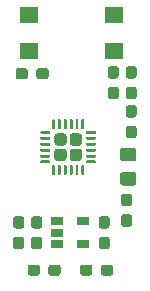
<source format=gbr>
%TF.GenerationSoftware,KiCad,Pcbnew,5.1.6+dfsg1-1~bpo10+1*%
%TF.CreationDate,2020-06-11T12:11:48-07:00*%
%TF.ProjectId,samd11d14_usb-c,73616d64-3131-4643-9134-5f7573622d63,rev?*%
%TF.SameCoordinates,Original*%
%TF.FileFunction,Paste,Top*%
%TF.FilePolarity,Positive*%
%FSLAX46Y46*%
G04 Gerber Fmt 4.6, Leading zero omitted, Abs format (unit mm)*
G04 Created by KiCad (PCBNEW 5.1.6+dfsg1-1~bpo10+1) date 2020-06-11 12:11:48*
%MOMM*%
%LPD*%
G01*
G04 APERTURE LIST*
%ADD10R,1.060000X0.650000*%
%ADD11R,1.600000X1.400000*%
G04 APERTURE END LIST*
%TO.C,U102*%
G36*
G01*
X116711000Y-105573001D02*
X116711000Y-105022999D01*
G75*
G02*
X116960999Y-104773000I249999J0D01*
G01*
X117511001Y-104773000D01*
G75*
G02*
X117761000Y-105022999I0J-249999D01*
G01*
X117761000Y-105573001D01*
G75*
G02*
X117511001Y-105823000I-249999J0D01*
G01*
X116960999Y-105823000D01*
G75*
G02*
X116711000Y-105573001I0J249999D01*
G01*
G37*
G36*
G01*
X116711000Y-104273001D02*
X116711000Y-103722999D01*
G75*
G02*
X116960999Y-103473000I249999J0D01*
G01*
X117511001Y-103473000D01*
G75*
G02*
X117761000Y-103722999I0J-249999D01*
G01*
X117761000Y-104273001D01*
G75*
G02*
X117511001Y-104523000I-249999J0D01*
G01*
X116960999Y-104523000D01*
G75*
G02*
X116711000Y-104273001I0J249999D01*
G01*
G37*
G36*
G01*
X115411000Y-105573001D02*
X115411000Y-105022999D01*
G75*
G02*
X115660999Y-104773000I249999J0D01*
G01*
X116211001Y-104773000D01*
G75*
G02*
X116461000Y-105022999I0J-249999D01*
G01*
X116461000Y-105573001D01*
G75*
G02*
X116211001Y-105823000I-249999J0D01*
G01*
X115660999Y-105823000D01*
G75*
G02*
X115411000Y-105573001I0J249999D01*
G01*
G37*
G36*
G01*
X115411000Y-104273001D02*
X115411000Y-103722999D01*
G75*
G02*
X115660999Y-103473000I249999J0D01*
G01*
X116211001Y-103473000D01*
G75*
G02*
X116461000Y-103722999I0J-249999D01*
G01*
X116461000Y-104273001D01*
G75*
G02*
X116211001Y-104523000I-249999J0D01*
G01*
X115660999Y-104523000D01*
G75*
G02*
X115411000Y-104273001I0J249999D01*
G01*
G37*
G36*
G01*
X115211000Y-103060500D02*
X115211000Y-102360500D01*
G75*
G02*
X115273500Y-102298000I62500J0D01*
G01*
X115398500Y-102298000D01*
G75*
G02*
X115461000Y-102360500I0J-62500D01*
G01*
X115461000Y-103060500D01*
G75*
G02*
X115398500Y-103123000I-62500J0D01*
G01*
X115273500Y-103123000D01*
G75*
G02*
X115211000Y-103060500I0J62500D01*
G01*
G37*
G36*
G01*
X115711000Y-103060500D02*
X115711000Y-102360500D01*
G75*
G02*
X115773500Y-102298000I62500J0D01*
G01*
X115898500Y-102298000D01*
G75*
G02*
X115961000Y-102360500I0J-62500D01*
G01*
X115961000Y-103060500D01*
G75*
G02*
X115898500Y-103123000I-62500J0D01*
G01*
X115773500Y-103123000D01*
G75*
G02*
X115711000Y-103060500I0J62500D01*
G01*
G37*
G36*
G01*
X116211000Y-103060500D02*
X116211000Y-102360500D01*
G75*
G02*
X116273500Y-102298000I62500J0D01*
G01*
X116398500Y-102298000D01*
G75*
G02*
X116461000Y-102360500I0J-62500D01*
G01*
X116461000Y-103060500D01*
G75*
G02*
X116398500Y-103123000I-62500J0D01*
G01*
X116273500Y-103123000D01*
G75*
G02*
X116211000Y-103060500I0J62500D01*
G01*
G37*
G36*
G01*
X116711000Y-103060500D02*
X116711000Y-102360500D01*
G75*
G02*
X116773500Y-102298000I62500J0D01*
G01*
X116898500Y-102298000D01*
G75*
G02*
X116961000Y-102360500I0J-62500D01*
G01*
X116961000Y-103060500D01*
G75*
G02*
X116898500Y-103123000I-62500J0D01*
G01*
X116773500Y-103123000D01*
G75*
G02*
X116711000Y-103060500I0J62500D01*
G01*
G37*
G36*
G01*
X117211000Y-103060500D02*
X117211000Y-102360500D01*
G75*
G02*
X117273500Y-102298000I62500J0D01*
G01*
X117398500Y-102298000D01*
G75*
G02*
X117461000Y-102360500I0J-62500D01*
G01*
X117461000Y-103060500D01*
G75*
G02*
X117398500Y-103123000I-62500J0D01*
G01*
X117273500Y-103123000D01*
G75*
G02*
X117211000Y-103060500I0J62500D01*
G01*
G37*
G36*
G01*
X117711000Y-103060500D02*
X117711000Y-102360500D01*
G75*
G02*
X117773500Y-102298000I62500J0D01*
G01*
X117898500Y-102298000D01*
G75*
G02*
X117961000Y-102360500I0J-62500D01*
G01*
X117961000Y-103060500D01*
G75*
G02*
X117898500Y-103123000I-62500J0D01*
G01*
X117773500Y-103123000D01*
G75*
G02*
X117711000Y-103060500I0J62500D01*
G01*
G37*
G36*
G01*
X118111000Y-103460500D02*
X118111000Y-103335500D01*
G75*
G02*
X118173500Y-103273000I62500J0D01*
G01*
X118873500Y-103273000D01*
G75*
G02*
X118936000Y-103335500I0J-62500D01*
G01*
X118936000Y-103460500D01*
G75*
G02*
X118873500Y-103523000I-62500J0D01*
G01*
X118173500Y-103523000D01*
G75*
G02*
X118111000Y-103460500I0J62500D01*
G01*
G37*
G36*
G01*
X118111000Y-103960500D02*
X118111000Y-103835500D01*
G75*
G02*
X118173500Y-103773000I62500J0D01*
G01*
X118873500Y-103773000D01*
G75*
G02*
X118936000Y-103835500I0J-62500D01*
G01*
X118936000Y-103960500D01*
G75*
G02*
X118873500Y-104023000I-62500J0D01*
G01*
X118173500Y-104023000D01*
G75*
G02*
X118111000Y-103960500I0J62500D01*
G01*
G37*
G36*
G01*
X118111000Y-104460500D02*
X118111000Y-104335500D01*
G75*
G02*
X118173500Y-104273000I62500J0D01*
G01*
X118873500Y-104273000D01*
G75*
G02*
X118936000Y-104335500I0J-62500D01*
G01*
X118936000Y-104460500D01*
G75*
G02*
X118873500Y-104523000I-62500J0D01*
G01*
X118173500Y-104523000D01*
G75*
G02*
X118111000Y-104460500I0J62500D01*
G01*
G37*
G36*
G01*
X118111000Y-104960500D02*
X118111000Y-104835500D01*
G75*
G02*
X118173500Y-104773000I62500J0D01*
G01*
X118873500Y-104773000D01*
G75*
G02*
X118936000Y-104835500I0J-62500D01*
G01*
X118936000Y-104960500D01*
G75*
G02*
X118873500Y-105023000I-62500J0D01*
G01*
X118173500Y-105023000D01*
G75*
G02*
X118111000Y-104960500I0J62500D01*
G01*
G37*
G36*
G01*
X118111000Y-105460500D02*
X118111000Y-105335500D01*
G75*
G02*
X118173500Y-105273000I62500J0D01*
G01*
X118873500Y-105273000D01*
G75*
G02*
X118936000Y-105335500I0J-62500D01*
G01*
X118936000Y-105460500D01*
G75*
G02*
X118873500Y-105523000I-62500J0D01*
G01*
X118173500Y-105523000D01*
G75*
G02*
X118111000Y-105460500I0J62500D01*
G01*
G37*
G36*
G01*
X118111000Y-105960500D02*
X118111000Y-105835500D01*
G75*
G02*
X118173500Y-105773000I62500J0D01*
G01*
X118873500Y-105773000D01*
G75*
G02*
X118936000Y-105835500I0J-62500D01*
G01*
X118936000Y-105960500D01*
G75*
G02*
X118873500Y-106023000I-62500J0D01*
G01*
X118173500Y-106023000D01*
G75*
G02*
X118111000Y-105960500I0J62500D01*
G01*
G37*
G36*
G01*
X117711000Y-106935500D02*
X117711000Y-106235500D01*
G75*
G02*
X117773500Y-106173000I62500J0D01*
G01*
X117898500Y-106173000D01*
G75*
G02*
X117961000Y-106235500I0J-62500D01*
G01*
X117961000Y-106935500D01*
G75*
G02*
X117898500Y-106998000I-62500J0D01*
G01*
X117773500Y-106998000D01*
G75*
G02*
X117711000Y-106935500I0J62500D01*
G01*
G37*
G36*
G01*
X117211000Y-106935500D02*
X117211000Y-106235500D01*
G75*
G02*
X117273500Y-106173000I62500J0D01*
G01*
X117398500Y-106173000D01*
G75*
G02*
X117461000Y-106235500I0J-62500D01*
G01*
X117461000Y-106935500D01*
G75*
G02*
X117398500Y-106998000I-62500J0D01*
G01*
X117273500Y-106998000D01*
G75*
G02*
X117211000Y-106935500I0J62500D01*
G01*
G37*
G36*
G01*
X116711000Y-106935500D02*
X116711000Y-106235500D01*
G75*
G02*
X116773500Y-106173000I62500J0D01*
G01*
X116898500Y-106173000D01*
G75*
G02*
X116961000Y-106235500I0J-62500D01*
G01*
X116961000Y-106935500D01*
G75*
G02*
X116898500Y-106998000I-62500J0D01*
G01*
X116773500Y-106998000D01*
G75*
G02*
X116711000Y-106935500I0J62500D01*
G01*
G37*
G36*
G01*
X116211000Y-106935500D02*
X116211000Y-106235500D01*
G75*
G02*
X116273500Y-106173000I62500J0D01*
G01*
X116398500Y-106173000D01*
G75*
G02*
X116461000Y-106235500I0J-62500D01*
G01*
X116461000Y-106935500D01*
G75*
G02*
X116398500Y-106998000I-62500J0D01*
G01*
X116273500Y-106998000D01*
G75*
G02*
X116211000Y-106935500I0J62500D01*
G01*
G37*
G36*
G01*
X115711000Y-106935500D02*
X115711000Y-106235500D01*
G75*
G02*
X115773500Y-106173000I62500J0D01*
G01*
X115898500Y-106173000D01*
G75*
G02*
X115961000Y-106235500I0J-62500D01*
G01*
X115961000Y-106935500D01*
G75*
G02*
X115898500Y-106998000I-62500J0D01*
G01*
X115773500Y-106998000D01*
G75*
G02*
X115711000Y-106935500I0J62500D01*
G01*
G37*
G36*
G01*
X115211000Y-106935500D02*
X115211000Y-106235500D01*
G75*
G02*
X115273500Y-106173000I62500J0D01*
G01*
X115398500Y-106173000D01*
G75*
G02*
X115461000Y-106235500I0J-62500D01*
G01*
X115461000Y-106935500D01*
G75*
G02*
X115398500Y-106998000I-62500J0D01*
G01*
X115273500Y-106998000D01*
G75*
G02*
X115211000Y-106935500I0J62500D01*
G01*
G37*
G36*
G01*
X114236000Y-105960500D02*
X114236000Y-105835500D01*
G75*
G02*
X114298500Y-105773000I62500J0D01*
G01*
X114998500Y-105773000D01*
G75*
G02*
X115061000Y-105835500I0J-62500D01*
G01*
X115061000Y-105960500D01*
G75*
G02*
X114998500Y-106023000I-62500J0D01*
G01*
X114298500Y-106023000D01*
G75*
G02*
X114236000Y-105960500I0J62500D01*
G01*
G37*
G36*
G01*
X114236000Y-105460500D02*
X114236000Y-105335500D01*
G75*
G02*
X114298500Y-105273000I62500J0D01*
G01*
X114998500Y-105273000D01*
G75*
G02*
X115061000Y-105335500I0J-62500D01*
G01*
X115061000Y-105460500D01*
G75*
G02*
X114998500Y-105523000I-62500J0D01*
G01*
X114298500Y-105523000D01*
G75*
G02*
X114236000Y-105460500I0J62500D01*
G01*
G37*
G36*
G01*
X114236000Y-104960500D02*
X114236000Y-104835500D01*
G75*
G02*
X114298500Y-104773000I62500J0D01*
G01*
X114998500Y-104773000D01*
G75*
G02*
X115061000Y-104835500I0J-62500D01*
G01*
X115061000Y-104960500D01*
G75*
G02*
X114998500Y-105023000I-62500J0D01*
G01*
X114298500Y-105023000D01*
G75*
G02*
X114236000Y-104960500I0J62500D01*
G01*
G37*
G36*
G01*
X114236000Y-104460500D02*
X114236000Y-104335500D01*
G75*
G02*
X114298500Y-104273000I62500J0D01*
G01*
X114998500Y-104273000D01*
G75*
G02*
X115061000Y-104335500I0J-62500D01*
G01*
X115061000Y-104460500D01*
G75*
G02*
X114998500Y-104523000I-62500J0D01*
G01*
X114298500Y-104523000D01*
G75*
G02*
X114236000Y-104460500I0J62500D01*
G01*
G37*
G36*
G01*
X114236000Y-103960500D02*
X114236000Y-103835500D01*
G75*
G02*
X114298500Y-103773000I62500J0D01*
G01*
X114998500Y-103773000D01*
G75*
G02*
X115061000Y-103835500I0J-62500D01*
G01*
X115061000Y-103960500D01*
G75*
G02*
X114998500Y-104023000I-62500J0D01*
G01*
X114298500Y-104023000D01*
G75*
G02*
X114236000Y-103960500I0J62500D01*
G01*
G37*
G36*
G01*
X114236000Y-103460500D02*
X114236000Y-103335500D01*
G75*
G02*
X114298500Y-103273000I62500J0D01*
G01*
X114998500Y-103273000D01*
G75*
G02*
X115061000Y-103335500I0J-62500D01*
G01*
X115061000Y-103460500D01*
G75*
G02*
X114998500Y-103523000I-62500J0D01*
G01*
X114298500Y-103523000D01*
G75*
G02*
X114236000Y-103460500I0J62500D01*
G01*
G37*
%TD*%
D10*
%TO.C,U101*%
X117813000Y-110937000D03*
X117813000Y-112837000D03*
X115613000Y-112837000D03*
X115613000Y-111887000D03*
X115613000Y-110937000D03*
%TD*%
D11*
%TO.C,SW101*%
X120440000Y-93496000D03*
X113240000Y-93496000D03*
X120440000Y-96496000D03*
X113240000Y-96496000D03*
%TD*%
%TO.C,R106*%
G36*
G01*
X121301500Y-110332000D02*
X121776500Y-110332000D01*
G75*
G02*
X122014000Y-110569500I0J-237500D01*
G01*
X122014000Y-111144500D01*
G75*
G02*
X121776500Y-111382000I-237500J0D01*
G01*
X121301500Y-111382000D01*
G75*
G02*
X121064000Y-111144500I0J237500D01*
G01*
X121064000Y-110569500D01*
G75*
G02*
X121301500Y-110332000I237500J0D01*
G01*
G37*
G36*
G01*
X121301500Y-108582000D02*
X121776500Y-108582000D01*
G75*
G02*
X122014000Y-108819500I0J-237500D01*
G01*
X122014000Y-109394500D01*
G75*
G02*
X121776500Y-109632000I-237500J0D01*
G01*
X121301500Y-109632000D01*
G75*
G02*
X121064000Y-109394500I0J237500D01*
G01*
X121064000Y-108819500D01*
G75*
G02*
X121301500Y-108582000I237500J0D01*
G01*
G37*
%TD*%
%TO.C,R105*%
G36*
G01*
X122157500Y-98837000D02*
X121682500Y-98837000D01*
G75*
G02*
X121445000Y-98599500I0J237500D01*
G01*
X121445000Y-98024500D01*
G75*
G02*
X121682500Y-97787000I237500J0D01*
G01*
X122157500Y-97787000D01*
G75*
G02*
X122395000Y-98024500I0J-237500D01*
G01*
X122395000Y-98599500D01*
G75*
G02*
X122157500Y-98837000I-237500J0D01*
G01*
G37*
G36*
G01*
X122157500Y-100587000D02*
X121682500Y-100587000D01*
G75*
G02*
X121445000Y-100349500I0J237500D01*
G01*
X121445000Y-99774500D01*
G75*
G02*
X121682500Y-99537000I237500J0D01*
G01*
X122157500Y-99537000D01*
G75*
G02*
X122395000Y-99774500I0J-237500D01*
G01*
X122395000Y-100349500D01*
G75*
G02*
X122157500Y-100587000I-237500J0D01*
G01*
G37*
%TD*%
%TO.C,R104*%
G36*
G01*
X122157500Y-102139000D02*
X121682500Y-102139000D01*
G75*
G02*
X121445000Y-101901500I0J237500D01*
G01*
X121445000Y-101326500D01*
G75*
G02*
X121682500Y-101089000I237500J0D01*
G01*
X122157500Y-101089000D01*
G75*
G02*
X122395000Y-101326500I0J-237500D01*
G01*
X122395000Y-101901500D01*
G75*
G02*
X122157500Y-102139000I-237500J0D01*
G01*
G37*
G36*
G01*
X122157500Y-103889000D02*
X121682500Y-103889000D01*
G75*
G02*
X121445000Y-103651500I0J237500D01*
G01*
X121445000Y-103076500D01*
G75*
G02*
X121682500Y-102839000I237500J0D01*
G01*
X122157500Y-102839000D01*
G75*
G02*
X122395000Y-103076500I0J-237500D01*
G01*
X122395000Y-103651500D01*
G75*
G02*
X122157500Y-103889000I-237500J0D01*
G01*
G37*
%TD*%
%TO.C,R103*%
G36*
G01*
X114204000Y-114824500D02*
X114204000Y-115299500D01*
G75*
G02*
X113966500Y-115537000I-237500J0D01*
G01*
X113391500Y-115537000D01*
G75*
G02*
X113154000Y-115299500I0J237500D01*
G01*
X113154000Y-114824500D01*
G75*
G02*
X113391500Y-114587000I237500J0D01*
G01*
X113966500Y-114587000D01*
G75*
G02*
X114204000Y-114824500I0J-237500D01*
G01*
G37*
G36*
G01*
X115954000Y-114824500D02*
X115954000Y-115299500D01*
G75*
G02*
X115716500Y-115537000I-237500J0D01*
G01*
X115141500Y-115537000D01*
G75*
G02*
X114904000Y-115299500I0J237500D01*
G01*
X114904000Y-114824500D01*
G75*
G02*
X115141500Y-114587000I237500J0D01*
G01*
X115716500Y-114587000D01*
G75*
G02*
X115954000Y-114824500I0J-237500D01*
G01*
G37*
%TD*%
%TO.C,R102*%
G36*
G01*
X119349000Y-115299500D02*
X119349000Y-114824500D01*
G75*
G02*
X119586500Y-114587000I237500J0D01*
G01*
X120161500Y-114587000D01*
G75*
G02*
X120399000Y-114824500I0J-237500D01*
G01*
X120399000Y-115299500D01*
G75*
G02*
X120161500Y-115537000I-237500J0D01*
G01*
X119586500Y-115537000D01*
G75*
G02*
X119349000Y-115299500I0J237500D01*
G01*
G37*
G36*
G01*
X117599000Y-115299500D02*
X117599000Y-114824500D01*
G75*
G02*
X117836500Y-114587000I237500J0D01*
G01*
X118411500Y-114587000D01*
G75*
G02*
X118649000Y-114824500I0J-237500D01*
G01*
X118649000Y-115299500D01*
G75*
G02*
X118411500Y-115537000I-237500J0D01*
G01*
X117836500Y-115537000D01*
G75*
G02*
X117599000Y-115299500I0J237500D01*
G01*
G37*
%TD*%
%TO.C,R101*%
G36*
G01*
X112632500Y-111537000D02*
X112157500Y-111537000D01*
G75*
G02*
X111920000Y-111299500I0J237500D01*
G01*
X111920000Y-110724500D01*
G75*
G02*
X112157500Y-110487000I237500J0D01*
G01*
X112632500Y-110487000D01*
G75*
G02*
X112870000Y-110724500I0J-237500D01*
G01*
X112870000Y-111299500D01*
G75*
G02*
X112632500Y-111537000I-237500J0D01*
G01*
G37*
G36*
G01*
X112632500Y-113287000D02*
X112157500Y-113287000D01*
G75*
G02*
X111920000Y-113049500I0J237500D01*
G01*
X111920000Y-112474500D01*
G75*
G02*
X112157500Y-112237000I237500J0D01*
G01*
X112632500Y-112237000D01*
G75*
G02*
X112870000Y-112474500I0J-237500D01*
G01*
X112870000Y-113049500D01*
G75*
G02*
X112632500Y-113287000I-237500J0D01*
G01*
G37*
%TD*%
%TO.C,D101*%
G36*
G01*
X122116001Y-105849000D02*
X121215999Y-105849000D01*
G75*
G02*
X120966000Y-105599001I0J249999D01*
G01*
X120966000Y-104948999D01*
G75*
G02*
X121215999Y-104699000I249999J0D01*
G01*
X122116001Y-104699000D01*
G75*
G02*
X122366000Y-104948999I0J-249999D01*
G01*
X122366000Y-105599001D01*
G75*
G02*
X122116001Y-105849000I-249999J0D01*
G01*
G37*
G36*
G01*
X122116001Y-107899000D02*
X121215999Y-107899000D01*
G75*
G02*
X120966000Y-107649001I0J249999D01*
G01*
X120966000Y-106998999D01*
G75*
G02*
X121215999Y-106749000I249999J0D01*
G01*
X122116001Y-106749000D01*
G75*
G02*
X122366000Y-106998999I0J-249999D01*
G01*
X122366000Y-107649001D01*
G75*
G02*
X122116001Y-107899000I-249999J0D01*
G01*
G37*
%TD*%
%TO.C,C104*%
G36*
G01*
X120633500Y-98837000D02*
X120158500Y-98837000D01*
G75*
G02*
X119921000Y-98599500I0J237500D01*
G01*
X119921000Y-98024500D01*
G75*
G02*
X120158500Y-97787000I237500J0D01*
G01*
X120633500Y-97787000D01*
G75*
G02*
X120871000Y-98024500I0J-237500D01*
G01*
X120871000Y-98599500D01*
G75*
G02*
X120633500Y-98837000I-237500J0D01*
G01*
G37*
G36*
G01*
X120633500Y-100587000D02*
X120158500Y-100587000D01*
G75*
G02*
X119921000Y-100349500I0J237500D01*
G01*
X119921000Y-99774500D01*
G75*
G02*
X120158500Y-99537000I237500J0D01*
G01*
X120633500Y-99537000D01*
G75*
G02*
X120871000Y-99774500I0J-237500D01*
G01*
X120871000Y-100349500D01*
G75*
G02*
X120633500Y-100587000I-237500J0D01*
G01*
G37*
%TD*%
%TO.C,C103*%
G36*
G01*
X113888000Y-98662500D02*
X113888000Y-98187500D01*
G75*
G02*
X114125500Y-97950000I237500J0D01*
G01*
X114700500Y-97950000D01*
G75*
G02*
X114938000Y-98187500I0J-237500D01*
G01*
X114938000Y-98662500D01*
G75*
G02*
X114700500Y-98900000I-237500J0D01*
G01*
X114125500Y-98900000D01*
G75*
G02*
X113888000Y-98662500I0J237500D01*
G01*
G37*
G36*
G01*
X112138000Y-98662500D02*
X112138000Y-98187500D01*
G75*
G02*
X112375500Y-97950000I237500J0D01*
G01*
X112950500Y-97950000D01*
G75*
G02*
X113188000Y-98187500I0J-237500D01*
G01*
X113188000Y-98662500D01*
G75*
G02*
X112950500Y-98900000I-237500J0D01*
G01*
X112375500Y-98900000D01*
G75*
G02*
X112138000Y-98662500I0J237500D01*
G01*
G37*
%TD*%
%TO.C,C102*%
G36*
G01*
X119871500Y-111537000D02*
X119396500Y-111537000D01*
G75*
G02*
X119159000Y-111299500I0J237500D01*
G01*
X119159000Y-110724500D01*
G75*
G02*
X119396500Y-110487000I237500J0D01*
G01*
X119871500Y-110487000D01*
G75*
G02*
X120109000Y-110724500I0J-237500D01*
G01*
X120109000Y-111299500D01*
G75*
G02*
X119871500Y-111537000I-237500J0D01*
G01*
G37*
G36*
G01*
X119871500Y-113287000D02*
X119396500Y-113287000D01*
G75*
G02*
X119159000Y-113049500I0J237500D01*
G01*
X119159000Y-112474500D01*
G75*
G02*
X119396500Y-112237000I237500J0D01*
G01*
X119871500Y-112237000D01*
G75*
G02*
X120109000Y-112474500I0J-237500D01*
G01*
X120109000Y-113049500D01*
G75*
G02*
X119871500Y-113287000I-237500J0D01*
G01*
G37*
%TD*%
%TO.C,C101*%
G36*
G01*
X113681500Y-112237000D02*
X114156500Y-112237000D01*
G75*
G02*
X114394000Y-112474500I0J-237500D01*
G01*
X114394000Y-113049500D01*
G75*
G02*
X114156500Y-113287000I-237500J0D01*
G01*
X113681500Y-113287000D01*
G75*
G02*
X113444000Y-113049500I0J237500D01*
G01*
X113444000Y-112474500D01*
G75*
G02*
X113681500Y-112237000I237500J0D01*
G01*
G37*
G36*
G01*
X113681500Y-110487000D02*
X114156500Y-110487000D01*
G75*
G02*
X114394000Y-110724500I0J-237500D01*
G01*
X114394000Y-111299500D01*
G75*
G02*
X114156500Y-111537000I-237500J0D01*
G01*
X113681500Y-111537000D01*
G75*
G02*
X113444000Y-111299500I0J237500D01*
G01*
X113444000Y-110724500D01*
G75*
G02*
X113681500Y-110487000I237500J0D01*
G01*
G37*
%TD*%
M02*

</source>
